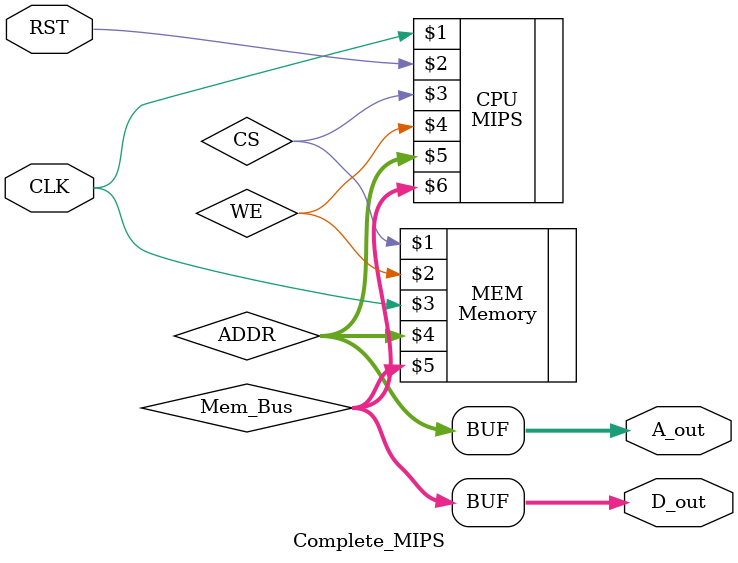
<source format=v>
module Complete_MIPS (CLK, RST, A_out, D_out); 

input CLK; 

input RST; 

output [31:0] A_out; 

output [31:0] D_out; 

wire CS, WE; 

wire [31:0] ADDR, Mem_Bus;

assign A_out = ADDR;

assign D_out = Mem_Bus;

MIPS CPU (CLK, RST, CS, WE, ADDR, Mem_Bus);

Memory MEM (CS, WE, CLK, ADDR, Mem_Bus);

endmodule

</source>
